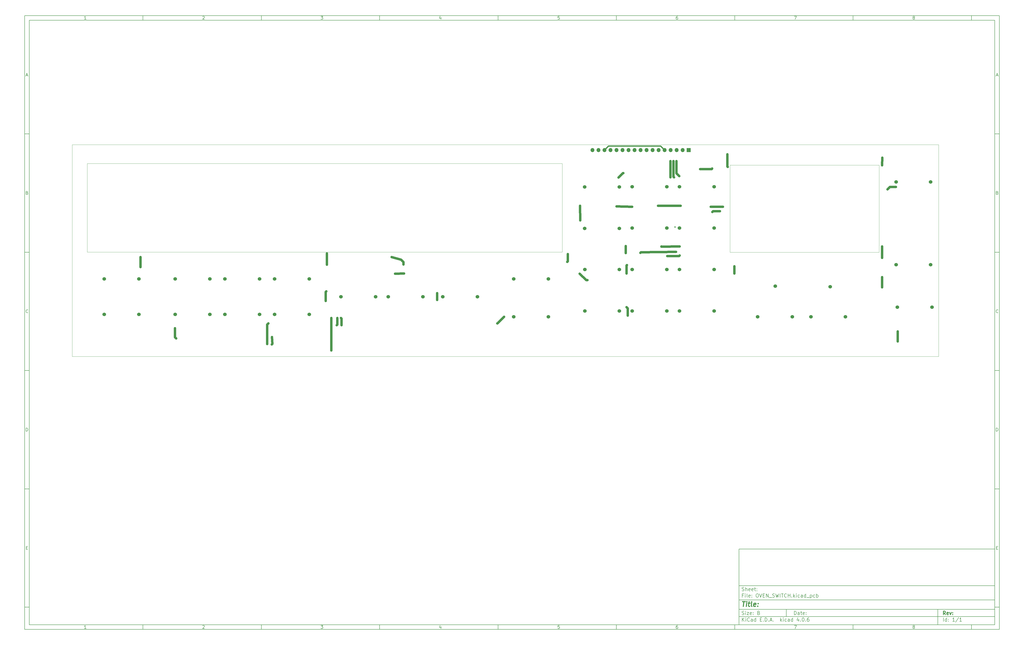
<source format=gbr>
G04 #@! TF.FileFunction,Copper,L2,Bot,Signal*
%FSLAX46Y46*%
G04 Gerber Fmt 4.6, Leading zero omitted, Abs format (unit mm)*
G04 Created by KiCad (PCBNEW 4.0.6) date 04/10/17 12:01:18*
%MOMM*%
%LPD*%
G01*
G04 APERTURE LIST*
%ADD10C,0.500000*%
%ADD11C,0.150000*%
%ADD12C,0.300000*%
%ADD13C,0.400000*%
%ADD14C,0.100000*%
%ADD15R,1.700000X1.700000*%
%ADD16O,1.700000X1.700000*%
%ADD17C,1.524000*%
%ADD18C,0.600000*%
%ADD19C,1.000000*%
G04 APERTURE END LIST*
D10*
D11*
X311800000Y-235400000D02*
X311800000Y-267400000D01*
X419800000Y-267400000D01*
X419800000Y-235400000D01*
X311800000Y-235400000D01*
D10*
D11*
X10000000Y-10000000D02*
X10000000Y-269400000D01*
X421800000Y-269400000D01*
X421800000Y-10000000D01*
X10000000Y-10000000D01*
D10*
D11*
X12000000Y-12000000D02*
X12000000Y-267400000D01*
X419800000Y-267400000D01*
X419800000Y-12000000D01*
X12000000Y-12000000D01*
D10*
D11*
X60000000Y-12000000D02*
X60000000Y-10000000D01*
D10*
D11*
X110000000Y-12000000D02*
X110000000Y-10000000D01*
D10*
D11*
X160000000Y-12000000D02*
X160000000Y-10000000D01*
D10*
D11*
X210000000Y-12000000D02*
X210000000Y-10000000D01*
D10*
D11*
X260000000Y-12000000D02*
X260000000Y-10000000D01*
D10*
D11*
X310000000Y-12000000D02*
X310000000Y-10000000D01*
D10*
D11*
X360000000Y-12000000D02*
X360000000Y-10000000D01*
D10*
D11*
X410000000Y-12000000D02*
X410000000Y-10000000D01*
D10*
D11*
X35990476Y-11588095D02*
X35247619Y-11588095D01*
X35619048Y-11588095D02*
X35619048Y-10288095D01*
X35495238Y-10473810D01*
X35371429Y-10597619D01*
X35247619Y-10659524D01*
D10*
D11*
X85247619Y-10411905D02*
X85309524Y-10350000D01*
X85433333Y-10288095D01*
X85742857Y-10288095D01*
X85866667Y-10350000D01*
X85928571Y-10411905D01*
X85990476Y-10535714D01*
X85990476Y-10659524D01*
X85928571Y-10845238D01*
X85185714Y-11588095D01*
X85990476Y-11588095D01*
D10*
D11*
X135185714Y-10288095D02*
X135990476Y-10288095D01*
X135557143Y-10783333D01*
X135742857Y-10783333D01*
X135866667Y-10845238D01*
X135928571Y-10907143D01*
X135990476Y-11030952D01*
X135990476Y-11340476D01*
X135928571Y-11464286D01*
X135866667Y-11526190D01*
X135742857Y-11588095D01*
X135371429Y-11588095D01*
X135247619Y-11526190D01*
X135185714Y-11464286D01*
D10*
D11*
X185866667Y-10721429D02*
X185866667Y-11588095D01*
X185557143Y-10226190D02*
X185247619Y-11154762D01*
X186052381Y-11154762D01*
D10*
D11*
X235928571Y-10288095D02*
X235309524Y-10288095D01*
X235247619Y-10907143D01*
X235309524Y-10845238D01*
X235433333Y-10783333D01*
X235742857Y-10783333D01*
X235866667Y-10845238D01*
X235928571Y-10907143D01*
X235990476Y-11030952D01*
X235990476Y-11340476D01*
X235928571Y-11464286D01*
X235866667Y-11526190D01*
X235742857Y-11588095D01*
X235433333Y-11588095D01*
X235309524Y-11526190D01*
X235247619Y-11464286D01*
D10*
D11*
X285866667Y-10288095D02*
X285619048Y-10288095D01*
X285495238Y-10350000D01*
X285433333Y-10411905D01*
X285309524Y-10597619D01*
X285247619Y-10845238D01*
X285247619Y-11340476D01*
X285309524Y-11464286D01*
X285371429Y-11526190D01*
X285495238Y-11588095D01*
X285742857Y-11588095D01*
X285866667Y-11526190D01*
X285928571Y-11464286D01*
X285990476Y-11340476D01*
X285990476Y-11030952D01*
X285928571Y-10907143D01*
X285866667Y-10845238D01*
X285742857Y-10783333D01*
X285495238Y-10783333D01*
X285371429Y-10845238D01*
X285309524Y-10907143D01*
X285247619Y-11030952D01*
D10*
D11*
X335185714Y-10288095D02*
X336052381Y-10288095D01*
X335495238Y-11588095D01*
D10*
D11*
X385495238Y-10845238D02*
X385371429Y-10783333D01*
X385309524Y-10721429D01*
X385247619Y-10597619D01*
X385247619Y-10535714D01*
X385309524Y-10411905D01*
X385371429Y-10350000D01*
X385495238Y-10288095D01*
X385742857Y-10288095D01*
X385866667Y-10350000D01*
X385928571Y-10411905D01*
X385990476Y-10535714D01*
X385990476Y-10597619D01*
X385928571Y-10721429D01*
X385866667Y-10783333D01*
X385742857Y-10845238D01*
X385495238Y-10845238D01*
X385371429Y-10907143D01*
X385309524Y-10969048D01*
X385247619Y-11092857D01*
X385247619Y-11340476D01*
X385309524Y-11464286D01*
X385371429Y-11526190D01*
X385495238Y-11588095D01*
X385742857Y-11588095D01*
X385866667Y-11526190D01*
X385928571Y-11464286D01*
X385990476Y-11340476D01*
X385990476Y-11092857D01*
X385928571Y-10969048D01*
X385866667Y-10907143D01*
X385742857Y-10845238D01*
D10*
D11*
X60000000Y-267400000D02*
X60000000Y-269400000D01*
D10*
D11*
X110000000Y-267400000D02*
X110000000Y-269400000D01*
D10*
D11*
X160000000Y-267400000D02*
X160000000Y-269400000D01*
D10*
D11*
X210000000Y-267400000D02*
X210000000Y-269400000D01*
D10*
D11*
X260000000Y-267400000D02*
X260000000Y-269400000D01*
D10*
D11*
X310000000Y-267400000D02*
X310000000Y-269400000D01*
D10*
D11*
X360000000Y-267400000D02*
X360000000Y-269400000D01*
D10*
D11*
X410000000Y-267400000D02*
X410000000Y-269400000D01*
D10*
D11*
X35990476Y-268988095D02*
X35247619Y-268988095D01*
X35619048Y-268988095D02*
X35619048Y-267688095D01*
X35495238Y-267873810D01*
X35371429Y-267997619D01*
X35247619Y-268059524D01*
D10*
D11*
X85247619Y-267811905D02*
X85309524Y-267750000D01*
X85433333Y-267688095D01*
X85742857Y-267688095D01*
X85866667Y-267750000D01*
X85928571Y-267811905D01*
X85990476Y-267935714D01*
X85990476Y-268059524D01*
X85928571Y-268245238D01*
X85185714Y-268988095D01*
X85990476Y-268988095D01*
D10*
D11*
X135185714Y-267688095D02*
X135990476Y-267688095D01*
X135557143Y-268183333D01*
X135742857Y-268183333D01*
X135866667Y-268245238D01*
X135928571Y-268307143D01*
X135990476Y-268430952D01*
X135990476Y-268740476D01*
X135928571Y-268864286D01*
X135866667Y-268926190D01*
X135742857Y-268988095D01*
X135371429Y-268988095D01*
X135247619Y-268926190D01*
X135185714Y-268864286D01*
D10*
D11*
X185866667Y-268121429D02*
X185866667Y-268988095D01*
X185557143Y-267626190D02*
X185247619Y-268554762D01*
X186052381Y-268554762D01*
D10*
D11*
X235928571Y-267688095D02*
X235309524Y-267688095D01*
X235247619Y-268307143D01*
X235309524Y-268245238D01*
X235433333Y-268183333D01*
X235742857Y-268183333D01*
X235866667Y-268245238D01*
X235928571Y-268307143D01*
X235990476Y-268430952D01*
X235990476Y-268740476D01*
X235928571Y-268864286D01*
X235866667Y-268926190D01*
X235742857Y-268988095D01*
X235433333Y-268988095D01*
X235309524Y-268926190D01*
X235247619Y-268864286D01*
D10*
D11*
X285866667Y-267688095D02*
X285619048Y-267688095D01*
X285495238Y-267750000D01*
X285433333Y-267811905D01*
X285309524Y-267997619D01*
X285247619Y-268245238D01*
X285247619Y-268740476D01*
X285309524Y-268864286D01*
X285371429Y-268926190D01*
X285495238Y-268988095D01*
X285742857Y-268988095D01*
X285866667Y-268926190D01*
X285928571Y-268864286D01*
X285990476Y-268740476D01*
X285990476Y-268430952D01*
X285928571Y-268307143D01*
X285866667Y-268245238D01*
X285742857Y-268183333D01*
X285495238Y-268183333D01*
X285371429Y-268245238D01*
X285309524Y-268307143D01*
X285247619Y-268430952D01*
D10*
D11*
X335185714Y-267688095D02*
X336052381Y-267688095D01*
X335495238Y-268988095D01*
D10*
D11*
X385495238Y-268245238D02*
X385371429Y-268183333D01*
X385309524Y-268121429D01*
X385247619Y-267997619D01*
X385247619Y-267935714D01*
X385309524Y-267811905D01*
X385371429Y-267750000D01*
X385495238Y-267688095D01*
X385742857Y-267688095D01*
X385866667Y-267750000D01*
X385928571Y-267811905D01*
X385990476Y-267935714D01*
X385990476Y-267997619D01*
X385928571Y-268121429D01*
X385866667Y-268183333D01*
X385742857Y-268245238D01*
X385495238Y-268245238D01*
X385371429Y-268307143D01*
X385309524Y-268369048D01*
X385247619Y-268492857D01*
X385247619Y-268740476D01*
X385309524Y-268864286D01*
X385371429Y-268926190D01*
X385495238Y-268988095D01*
X385742857Y-268988095D01*
X385866667Y-268926190D01*
X385928571Y-268864286D01*
X385990476Y-268740476D01*
X385990476Y-268492857D01*
X385928571Y-268369048D01*
X385866667Y-268307143D01*
X385742857Y-268245238D01*
D10*
D11*
X10000000Y-60000000D02*
X12000000Y-60000000D01*
D10*
D11*
X10000000Y-110000000D02*
X12000000Y-110000000D01*
D10*
D11*
X10000000Y-160000000D02*
X12000000Y-160000000D01*
D10*
D11*
X10000000Y-210000000D02*
X12000000Y-210000000D01*
D10*
D11*
X10000000Y-260000000D02*
X12000000Y-260000000D01*
D10*
D11*
X10690476Y-35216667D02*
X11309524Y-35216667D01*
X10566667Y-35588095D02*
X11000000Y-34288095D01*
X11433333Y-35588095D01*
D10*
D11*
X11092857Y-84907143D02*
X11278571Y-84969048D01*
X11340476Y-85030952D01*
X11402381Y-85154762D01*
X11402381Y-85340476D01*
X11340476Y-85464286D01*
X11278571Y-85526190D01*
X11154762Y-85588095D01*
X10659524Y-85588095D01*
X10659524Y-84288095D01*
X11092857Y-84288095D01*
X11216667Y-84350000D01*
X11278571Y-84411905D01*
X11340476Y-84535714D01*
X11340476Y-84659524D01*
X11278571Y-84783333D01*
X11216667Y-84845238D01*
X11092857Y-84907143D01*
X10659524Y-84907143D01*
D10*
D11*
X11402381Y-135464286D02*
X11340476Y-135526190D01*
X11154762Y-135588095D01*
X11030952Y-135588095D01*
X10845238Y-135526190D01*
X10721429Y-135402381D01*
X10659524Y-135278571D01*
X10597619Y-135030952D01*
X10597619Y-134845238D01*
X10659524Y-134597619D01*
X10721429Y-134473810D01*
X10845238Y-134350000D01*
X11030952Y-134288095D01*
X11154762Y-134288095D01*
X11340476Y-134350000D01*
X11402381Y-134411905D01*
D10*
D11*
X10659524Y-185588095D02*
X10659524Y-184288095D01*
X10969048Y-184288095D01*
X11154762Y-184350000D01*
X11278571Y-184473810D01*
X11340476Y-184597619D01*
X11402381Y-184845238D01*
X11402381Y-185030952D01*
X11340476Y-185278571D01*
X11278571Y-185402381D01*
X11154762Y-185526190D01*
X10969048Y-185588095D01*
X10659524Y-185588095D01*
D10*
D11*
X10721429Y-234907143D02*
X11154762Y-234907143D01*
X11340476Y-235588095D02*
X10721429Y-235588095D01*
X10721429Y-234288095D01*
X11340476Y-234288095D01*
D10*
D11*
X421800000Y-60000000D02*
X419800000Y-60000000D01*
D10*
D11*
X421800000Y-110000000D02*
X419800000Y-110000000D01*
D10*
D11*
X421800000Y-160000000D02*
X419800000Y-160000000D01*
D10*
D11*
X421800000Y-210000000D02*
X419800000Y-210000000D01*
D10*
D11*
X421800000Y-260000000D02*
X419800000Y-260000000D01*
D10*
D11*
X420490476Y-35216667D02*
X421109524Y-35216667D01*
X420366667Y-35588095D02*
X420800000Y-34288095D01*
X421233333Y-35588095D01*
D10*
D11*
X420892857Y-84907143D02*
X421078571Y-84969048D01*
X421140476Y-85030952D01*
X421202381Y-85154762D01*
X421202381Y-85340476D01*
X421140476Y-85464286D01*
X421078571Y-85526190D01*
X420954762Y-85588095D01*
X420459524Y-85588095D01*
X420459524Y-84288095D01*
X420892857Y-84288095D01*
X421016667Y-84350000D01*
X421078571Y-84411905D01*
X421140476Y-84535714D01*
X421140476Y-84659524D01*
X421078571Y-84783333D01*
X421016667Y-84845238D01*
X420892857Y-84907143D01*
X420459524Y-84907143D01*
D10*
D11*
X421202381Y-135464286D02*
X421140476Y-135526190D01*
X420954762Y-135588095D01*
X420830952Y-135588095D01*
X420645238Y-135526190D01*
X420521429Y-135402381D01*
X420459524Y-135278571D01*
X420397619Y-135030952D01*
X420397619Y-134845238D01*
X420459524Y-134597619D01*
X420521429Y-134473810D01*
X420645238Y-134350000D01*
X420830952Y-134288095D01*
X420954762Y-134288095D01*
X421140476Y-134350000D01*
X421202381Y-134411905D01*
D10*
D11*
X420459524Y-185588095D02*
X420459524Y-184288095D01*
X420769048Y-184288095D01*
X420954762Y-184350000D01*
X421078571Y-184473810D01*
X421140476Y-184597619D01*
X421202381Y-184845238D01*
X421202381Y-185030952D01*
X421140476Y-185278571D01*
X421078571Y-185402381D01*
X420954762Y-185526190D01*
X420769048Y-185588095D01*
X420459524Y-185588095D01*
D10*
D11*
X420521429Y-234907143D02*
X420954762Y-234907143D01*
X421140476Y-235588095D02*
X420521429Y-235588095D01*
X420521429Y-234288095D01*
X421140476Y-234288095D01*
D10*
D11*
X335157143Y-263178571D02*
X335157143Y-261678571D01*
X335514286Y-261678571D01*
X335728571Y-261750000D01*
X335871429Y-261892857D01*
X335942857Y-262035714D01*
X336014286Y-262321429D01*
X336014286Y-262535714D01*
X335942857Y-262821429D01*
X335871429Y-262964286D01*
X335728571Y-263107143D01*
X335514286Y-263178571D01*
X335157143Y-263178571D01*
X337300000Y-263178571D02*
X337300000Y-262392857D01*
X337228571Y-262250000D01*
X337085714Y-262178571D01*
X336800000Y-262178571D01*
X336657143Y-262250000D01*
X337300000Y-263107143D02*
X337157143Y-263178571D01*
X336800000Y-263178571D01*
X336657143Y-263107143D01*
X336585714Y-262964286D01*
X336585714Y-262821429D01*
X336657143Y-262678571D01*
X336800000Y-262607143D01*
X337157143Y-262607143D01*
X337300000Y-262535714D01*
X337800000Y-262178571D02*
X338371429Y-262178571D01*
X338014286Y-261678571D02*
X338014286Y-262964286D01*
X338085714Y-263107143D01*
X338228572Y-263178571D01*
X338371429Y-263178571D01*
X339442857Y-263107143D02*
X339300000Y-263178571D01*
X339014286Y-263178571D01*
X338871429Y-263107143D01*
X338800000Y-262964286D01*
X338800000Y-262392857D01*
X338871429Y-262250000D01*
X339014286Y-262178571D01*
X339300000Y-262178571D01*
X339442857Y-262250000D01*
X339514286Y-262392857D01*
X339514286Y-262535714D01*
X338800000Y-262678571D01*
X340157143Y-263035714D02*
X340228571Y-263107143D01*
X340157143Y-263178571D01*
X340085714Y-263107143D01*
X340157143Y-263035714D01*
X340157143Y-263178571D01*
X340157143Y-262250000D02*
X340228571Y-262321429D01*
X340157143Y-262392857D01*
X340085714Y-262321429D01*
X340157143Y-262250000D01*
X340157143Y-262392857D01*
D10*
D11*
X311800000Y-263900000D02*
X419800000Y-263900000D01*
D10*
D11*
X313157143Y-265978571D02*
X313157143Y-264478571D01*
X314014286Y-265978571D02*
X313371429Y-265121429D01*
X314014286Y-264478571D02*
X313157143Y-265335714D01*
X314657143Y-265978571D02*
X314657143Y-264978571D01*
X314657143Y-264478571D02*
X314585714Y-264550000D01*
X314657143Y-264621429D01*
X314728571Y-264550000D01*
X314657143Y-264478571D01*
X314657143Y-264621429D01*
X316228572Y-265835714D02*
X316157143Y-265907143D01*
X315942857Y-265978571D01*
X315800000Y-265978571D01*
X315585715Y-265907143D01*
X315442857Y-265764286D01*
X315371429Y-265621429D01*
X315300000Y-265335714D01*
X315300000Y-265121429D01*
X315371429Y-264835714D01*
X315442857Y-264692857D01*
X315585715Y-264550000D01*
X315800000Y-264478571D01*
X315942857Y-264478571D01*
X316157143Y-264550000D01*
X316228572Y-264621429D01*
X317514286Y-265978571D02*
X317514286Y-265192857D01*
X317442857Y-265050000D01*
X317300000Y-264978571D01*
X317014286Y-264978571D01*
X316871429Y-265050000D01*
X317514286Y-265907143D02*
X317371429Y-265978571D01*
X317014286Y-265978571D01*
X316871429Y-265907143D01*
X316800000Y-265764286D01*
X316800000Y-265621429D01*
X316871429Y-265478571D01*
X317014286Y-265407143D01*
X317371429Y-265407143D01*
X317514286Y-265335714D01*
X318871429Y-265978571D02*
X318871429Y-264478571D01*
X318871429Y-265907143D02*
X318728572Y-265978571D01*
X318442858Y-265978571D01*
X318300000Y-265907143D01*
X318228572Y-265835714D01*
X318157143Y-265692857D01*
X318157143Y-265264286D01*
X318228572Y-265121429D01*
X318300000Y-265050000D01*
X318442858Y-264978571D01*
X318728572Y-264978571D01*
X318871429Y-265050000D01*
X320728572Y-265192857D02*
X321228572Y-265192857D01*
X321442858Y-265978571D02*
X320728572Y-265978571D01*
X320728572Y-264478571D01*
X321442858Y-264478571D01*
X322085715Y-265835714D02*
X322157143Y-265907143D01*
X322085715Y-265978571D01*
X322014286Y-265907143D01*
X322085715Y-265835714D01*
X322085715Y-265978571D01*
X322800001Y-265978571D02*
X322800001Y-264478571D01*
X323157144Y-264478571D01*
X323371429Y-264550000D01*
X323514287Y-264692857D01*
X323585715Y-264835714D01*
X323657144Y-265121429D01*
X323657144Y-265335714D01*
X323585715Y-265621429D01*
X323514287Y-265764286D01*
X323371429Y-265907143D01*
X323157144Y-265978571D01*
X322800001Y-265978571D01*
X324300001Y-265835714D02*
X324371429Y-265907143D01*
X324300001Y-265978571D01*
X324228572Y-265907143D01*
X324300001Y-265835714D01*
X324300001Y-265978571D01*
X324942858Y-265550000D02*
X325657144Y-265550000D01*
X324800001Y-265978571D02*
X325300001Y-264478571D01*
X325800001Y-265978571D01*
X326300001Y-265835714D02*
X326371429Y-265907143D01*
X326300001Y-265978571D01*
X326228572Y-265907143D01*
X326300001Y-265835714D01*
X326300001Y-265978571D01*
X329300001Y-265978571D02*
X329300001Y-264478571D01*
X329442858Y-265407143D02*
X329871429Y-265978571D01*
X329871429Y-264978571D02*
X329300001Y-265550000D01*
X330514287Y-265978571D02*
X330514287Y-264978571D01*
X330514287Y-264478571D02*
X330442858Y-264550000D01*
X330514287Y-264621429D01*
X330585715Y-264550000D01*
X330514287Y-264478571D01*
X330514287Y-264621429D01*
X331871430Y-265907143D02*
X331728573Y-265978571D01*
X331442859Y-265978571D01*
X331300001Y-265907143D01*
X331228573Y-265835714D01*
X331157144Y-265692857D01*
X331157144Y-265264286D01*
X331228573Y-265121429D01*
X331300001Y-265050000D01*
X331442859Y-264978571D01*
X331728573Y-264978571D01*
X331871430Y-265050000D01*
X333157144Y-265978571D02*
X333157144Y-265192857D01*
X333085715Y-265050000D01*
X332942858Y-264978571D01*
X332657144Y-264978571D01*
X332514287Y-265050000D01*
X333157144Y-265907143D02*
X333014287Y-265978571D01*
X332657144Y-265978571D01*
X332514287Y-265907143D01*
X332442858Y-265764286D01*
X332442858Y-265621429D01*
X332514287Y-265478571D01*
X332657144Y-265407143D01*
X333014287Y-265407143D01*
X333157144Y-265335714D01*
X334514287Y-265978571D02*
X334514287Y-264478571D01*
X334514287Y-265907143D02*
X334371430Y-265978571D01*
X334085716Y-265978571D01*
X333942858Y-265907143D01*
X333871430Y-265835714D01*
X333800001Y-265692857D01*
X333800001Y-265264286D01*
X333871430Y-265121429D01*
X333942858Y-265050000D01*
X334085716Y-264978571D01*
X334371430Y-264978571D01*
X334514287Y-265050000D01*
X337014287Y-264978571D02*
X337014287Y-265978571D01*
X336657144Y-264407143D02*
X336300001Y-265478571D01*
X337228573Y-265478571D01*
X337800001Y-265835714D02*
X337871429Y-265907143D01*
X337800001Y-265978571D01*
X337728572Y-265907143D01*
X337800001Y-265835714D01*
X337800001Y-265978571D01*
X338800001Y-264478571D02*
X338942858Y-264478571D01*
X339085715Y-264550000D01*
X339157144Y-264621429D01*
X339228573Y-264764286D01*
X339300001Y-265050000D01*
X339300001Y-265407143D01*
X339228573Y-265692857D01*
X339157144Y-265835714D01*
X339085715Y-265907143D01*
X338942858Y-265978571D01*
X338800001Y-265978571D01*
X338657144Y-265907143D01*
X338585715Y-265835714D01*
X338514287Y-265692857D01*
X338442858Y-265407143D01*
X338442858Y-265050000D01*
X338514287Y-264764286D01*
X338585715Y-264621429D01*
X338657144Y-264550000D01*
X338800001Y-264478571D01*
X339942858Y-265835714D02*
X340014286Y-265907143D01*
X339942858Y-265978571D01*
X339871429Y-265907143D01*
X339942858Y-265835714D01*
X339942858Y-265978571D01*
X341300001Y-264478571D02*
X341014287Y-264478571D01*
X340871430Y-264550000D01*
X340800001Y-264621429D01*
X340657144Y-264835714D01*
X340585715Y-265121429D01*
X340585715Y-265692857D01*
X340657144Y-265835714D01*
X340728572Y-265907143D01*
X340871430Y-265978571D01*
X341157144Y-265978571D01*
X341300001Y-265907143D01*
X341371430Y-265835714D01*
X341442858Y-265692857D01*
X341442858Y-265335714D01*
X341371430Y-265192857D01*
X341300001Y-265121429D01*
X341157144Y-265050000D01*
X340871430Y-265050000D01*
X340728572Y-265121429D01*
X340657144Y-265192857D01*
X340585715Y-265335714D01*
D10*
D11*
X311800000Y-260900000D02*
X419800000Y-260900000D01*
D10*
D12*
X399014286Y-263178571D02*
X398514286Y-262464286D01*
X398157143Y-263178571D02*
X398157143Y-261678571D01*
X398728571Y-261678571D01*
X398871429Y-261750000D01*
X398942857Y-261821429D01*
X399014286Y-261964286D01*
X399014286Y-262178571D01*
X398942857Y-262321429D01*
X398871429Y-262392857D01*
X398728571Y-262464286D01*
X398157143Y-262464286D01*
X400228571Y-263107143D02*
X400085714Y-263178571D01*
X399800000Y-263178571D01*
X399657143Y-263107143D01*
X399585714Y-262964286D01*
X399585714Y-262392857D01*
X399657143Y-262250000D01*
X399800000Y-262178571D01*
X400085714Y-262178571D01*
X400228571Y-262250000D01*
X400300000Y-262392857D01*
X400300000Y-262535714D01*
X399585714Y-262678571D01*
X400800000Y-262178571D02*
X401157143Y-263178571D01*
X401514285Y-262178571D01*
X402085714Y-263035714D02*
X402157142Y-263107143D01*
X402085714Y-263178571D01*
X402014285Y-263107143D01*
X402085714Y-263035714D01*
X402085714Y-263178571D01*
X402085714Y-262250000D02*
X402157142Y-262321429D01*
X402085714Y-262392857D01*
X402014285Y-262321429D01*
X402085714Y-262250000D01*
X402085714Y-262392857D01*
D10*
D11*
X313085714Y-263107143D02*
X313300000Y-263178571D01*
X313657143Y-263178571D01*
X313800000Y-263107143D01*
X313871429Y-263035714D01*
X313942857Y-262892857D01*
X313942857Y-262750000D01*
X313871429Y-262607143D01*
X313800000Y-262535714D01*
X313657143Y-262464286D01*
X313371429Y-262392857D01*
X313228571Y-262321429D01*
X313157143Y-262250000D01*
X313085714Y-262107143D01*
X313085714Y-261964286D01*
X313157143Y-261821429D01*
X313228571Y-261750000D01*
X313371429Y-261678571D01*
X313728571Y-261678571D01*
X313942857Y-261750000D01*
X314585714Y-263178571D02*
X314585714Y-262178571D01*
X314585714Y-261678571D02*
X314514285Y-261750000D01*
X314585714Y-261821429D01*
X314657142Y-261750000D01*
X314585714Y-261678571D01*
X314585714Y-261821429D01*
X315157143Y-262178571D02*
X315942857Y-262178571D01*
X315157143Y-263178571D01*
X315942857Y-263178571D01*
X317085714Y-263107143D02*
X316942857Y-263178571D01*
X316657143Y-263178571D01*
X316514286Y-263107143D01*
X316442857Y-262964286D01*
X316442857Y-262392857D01*
X316514286Y-262250000D01*
X316657143Y-262178571D01*
X316942857Y-262178571D01*
X317085714Y-262250000D01*
X317157143Y-262392857D01*
X317157143Y-262535714D01*
X316442857Y-262678571D01*
X317800000Y-263035714D02*
X317871428Y-263107143D01*
X317800000Y-263178571D01*
X317728571Y-263107143D01*
X317800000Y-263035714D01*
X317800000Y-263178571D01*
X317800000Y-262250000D02*
X317871428Y-262321429D01*
X317800000Y-262392857D01*
X317728571Y-262321429D01*
X317800000Y-262250000D01*
X317800000Y-262392857D01*
X320157143Y-262392857D02*
X320371429Y-262464286D01*
X320442857Y-262535714D01*
X320514286Y-262678571D01*
X320514286Y-262892857D01*
X320442857Y-263035714D01*
X320371429Y-263107143D01*
X320228571Y-263178571D01*
X319657143Y-263178571D01*
X319657143Y-261678571D01*
X320157143Y-261678571D01*
X320300000Y-261750000D01*
X320371429Y-261821429D01*
X320442857Y-261964286D01*
X320442857Y-262107143D01*
X320371429Y-262250000D01*
X320300000Y-262321429D01*
X320157143Y-262392857D01*
X319657143Y-262392857D01*
D10*
D11*
X398157143Y-265978571D02*
X398157143Y-264478571D01*
X399514286Y-265978571D02*
X399514286Y-264478571D01*
X399514286Y-265907143D02*
X399371429Y-265978571D01*
X399085715Y-265978571D01*
X398942857Y-265907143D01*
X398871429Y-265835714D01*
X398800000Y-265692857D01*
X398800000Y-265264286D01*
X398871429Y-265121429D01*
X398942857Y-265050000D01*
X399085715Y-264978571D01*
X399371429Y-264978571D01*
X399514286Y-265050000D01*
X400228572Y-265835714D02*
X400300000Y-265907143D01*
X400228572Y-265978571D01*
X400157143Y-265907143D01*
X400228572Y-265835714D01*
X400228572Y-265978571D01*
X400228572Y-265050000D02*
X400300000Y-265121429D01*
X400228572Y-265192857D01*
X400157143Y-265121429D01*
X400228572Y-265050000D01*
X400228572Y-265192857D01*
X402871429Y-265978571D02*
X402014286Y-265978571D01*
X402442858Y-265978571D02*
X402442858Y-264478571D01*
X402300001Y-264692857D01*
X402157143Y-264835714D01*
X402014286Y-264907143D01*
X404585714Y-264407143D02*
X403300000Y-266335714D01*
X405871429Y-265978571D02*
X405014286Y-265978571D01*
X405442858Y-265978571D02*
X405442858Y-264478571D01*
X405300001Y-264692857D01*
X405157143Y-264835714D01*
X405014286Y-264907143D01*
D10*
D11*
X311800000Y-256900000D02*
X419800000Y-256900000D01*
D10*
D13*
X313252381Y-257604762D02*
X314395238Y-257604762D01*
X313573810Y-259604762D02*
X313823810Y-257604762D01*
X314811905Y-259604762D02*
X314978571Y-258271429D01*
X315061905Y-257604762D02*
X314954762Y-257700000D01*
X315038095Y-257795238D01*
X315145239Y-257700000D01*
X315061905Y-257604762D01*
X315038095Y-257795238D01*
X315645238Y-258271429D02*
X316407143Y-258271429D01*
X316014286Y-257604762D02*
X315800000Y-259319048D01*
X315871430Y-259509524D01*
X316050001Y-259604762D01*
X316240477Y-259604762D01*
X317192858Y-259604762D02*
X317014287Y-259509524D01*
X316942857Y-259319048D01*
X317157143Y-257604762D01*
X318728572Y-259509524D02*
X318526191Y-259604762D01*
X318145239Y-259604762D01*
X317966667Y-259509524D01*
X317895238Y-259319048D01*
X317990476Y-258557143D01*
X318109524Y-258366667D01*
X318311905Y-258271429D01*
X318692857Y-258271429D01*
X318871429Y-258366667D01*
X318942857Y-258557143D01*
X318919048Y-258747619D01*
X317942857Y-258938095D01*
X319692857Y-259414286D02*
X319776192Y-259509524D01*
X319669048Y-259604762D01*
X319585715Y-259509524D01*
X319692857Y-259414286D01*
X319669048Y-259604762D01*
X319823810Y-258366667D02*
X319907144Y-258461905D01*
X319800000Y-258557143D01*
X319716667Y-258461905D01*
X319823810Y-258366667D01*
X319800000Y-258557143D01*
D10*
D11*
X313657143Y-254992857D02*
X313157143Y-254992857D01*
X313157143Y-255778571D02*
X313157143Y-254278571D01*
X313871429Y-254278571D01*
X314442857Y-255778571D02*
X314442857Y-254778571D01*
X314442857Y-254278571D02*
X314371428Y-254350000D01*
X314442857Y-254421429D01*
X314514285Y-254350000D01*
X314442857Y-254278571D01*
X314442857Y-254421429D01*
X315371429Y-255778571D02*
X315228571Y-255707143D01*
X315157143Y-255564286D01*
X315157143Y-254278571D01*
X316514285Y-255707143D02*
X316371428Y-255778571D01*
X316085714Y-255778571D01*
X315942857Y-255707143D01*
X315871428Y-255564286D01*
X315871428Y-254992857D01*
X315942857Y-254850000D01*
X316085714Y-254778571D01*
X316371428Y-254778571D01*
X316514285Y-254850000D01*
X316585714Y-254992857D01*
X316585714Y-255135714D01*
X315871428Y-255278571D01*
X317228571Y-255635714D02*
X317299999Y-255707143D01*
X317228571Y-255778571D01*
X317157142Y-255707143D01*
X317228571Y-255635714D01*
X317228571Y-255778571D01*
X317228571Y-254850000D02*
X317299999Y-254921429D01*
X317228571Y-254992857D01*
X317157142Y-254921429D01*
X317228571Y-254850000D01*
X317228571Y-254992857D01*
X319371428Y-254278571D02*
X319657142Y-254278571D01*
X319800000Y-254350000D01*
X319942857Y-254492857D01*
X320014285Y-254778571D01*
X320014285Y-255278571D01*
X319942857Y-255564286D01*
X319800000Y-255707143D01*
X319657142Y-255778571D01*
X319371428Y-255778571D01*
X319228571Y-255707143D01*
X319085714Y-255564286D01*
X319014285Y-255278571D01*
X319014285Y-254778571D01*
X319085714Y-254492857D01*
X319228571Y-254350000D01*
X319371428Y-254278571D01*
X320442857Y-254278571D02*
X320942857Y-255778571D01*
X321442857Y-254278571D01*
X321942857Y-254992857D02*
X322442857Y-254992857D01*
X322657143Y-255778571D02*
X321942857Y-255778571D01*
X321942857Y-254278571D01*
X322657143Y-254278571D01*
X323300000Y-255778571D02*
X323300000Y-254278571D01*
X324157143Y-255778571D01*
X324157143Y-254278571D01*
X324514286Y-255921429D02*
X325657143Y-255921429D01*
X325942857Y-255707143D02*
X326157143Y-255778571D01*
X326514286Y-255778571D01*
X326657143Y-255707143D01*
X326728572Y-255635714D01*
X326800000Y-255492857D01*
X326800000Y-255350000D01*
X326728572Y-255207143D01*
X326657143Y-255135714D01*
X326514286Y-255064286D01*
X326228572Y-254992857D01*
X326085714Y-254921429D01*
X326014286Y-254850000D01*
X325942857Y-254707143D01*
X325942857Y-254564286D01*
X326014286Y-254421429D01*
X326085714Y-254350000D01*
X326228572Y-254278571D01*
X326585714Y-254278571D01*
X326800000Y-254350000D01*
X327300000Y-254278571D02*
X327657143Y-255778571D01*
X327942857Y-254707143D01*
X328228571Y-255778571D01*
X328585714Y-254278571D01*
X329157143Y-255778571D02*
X329157143Y-254278571D01*
X329657143Y-254278571D02*
X330514286Y-254278571D01*
X330085715Y-255778571D02*
X330085715Y-254278571D01*
X331871429Y-255635714D02*
X331800000Y-255707143D01*
X331585714Y-255778571D01*
X331442857Y-255778571D01*
X331228572Y-255707143D01*
X331085714Y-255564286D01*
X331014286Y-255421429D01*
X330942857Y-255135714D01*
X330942857Y-254921429D01*
X331014286Y-254635714D01*
X331085714Y-254492857D01*
X331228572Y-254350000D01*
X331442857Y-254278571D01*
X331585714Y-254278571D01*
X331800000Y-254350000D01*
X331871429Y-254421429D01*
X332514286Y-255778571D02*
X332514286Y-254278571D01*
X332514286Y-254992857D02*
X333371429Y-254992857D01*
X333371429Y-255778571D02*
X333371429Y-254278571D01*
X334085715Y-255635714D02*
X334157143Y-255707143D01*
X334085715Y-255778571D01*
X334014286Y-255707143D01*
X334085715Y-255635714D01*
X334085715Y-255778571D01*
X334800001Y-255778571D02*
X334800001Y-254278571D01*
X334942858Y-255207143D02*
X335371429Y-255778571D01*
X335371429Y-254778571D02*
X334800001Y-255350000D01*
X336014287Y-255778571D02*
X336014287Y-254778571D01*
X336014287Y-254278571D02*
X335942858Y-254350000D01*
X336014287Y-254421429D01*
X336085715Y-254350000D01*
X336014287Y-254278571D01*
X336014287Y-254421429D01*
X337371430Y-255707143D02*
X337228573Y-255778571D01*
X336942859Y-255778571D01*
X336800001Y-255707143D01*
X336728573Y-255635714D01*
X336657144Y-255492857D01*
X336657144Y-255064286D01*
X336728573Y-254921429D01*
X336800001Y-254850000D01*
X336942859Y-254778571D01*
X337228573Y-254778571D01*
X337371430Y-254850000D01*
X338657144Y-255778571D02*
X338657144Y-254992857D01*
X338585715Y-254850000D01*
X338442858Y-254778571D01*
X338157144Y-254778571D01*
X338014287Y-254850000D01*
X338657144Y-255707143D02*
X338514287Y-255778571D01*
X338157144Y-255778571D01*
X338014287Y-255707143D01*
X337942858Y-255564286D01*
X337942858Y-255421429D01*
X338014287Y-255278571D01*
X338157144Y-255207143D01*
X338514287Y-255207143D01*
X338657144Y-255135714D01*
X340014287Y-255778571D02*
X340014287Y-254278571D01*
X340014287Y-255707143D02*
X339871430Y-255778571D01*
X339585716Y-255778571D01*
X339442858Y-255707143D01*
X339371430Y-255635714D01*
X339300001Y-255492857D01*
X339300001Y-255064286D01*
X339371430Y-254921429D01*
X339442858Y-254850000D01*
X339585716Y-254778571D01*
X339871430Y-254778571D01*
X340014287Y-254850000D01*
X340371430Y-255921429D02*
X341514287Y-255921429D01*
X341871430Y-254778571D02*
X341871430Y-256278571D01*
X341871430Y-254850000D02*
X342014287Y-254778571D01*
X342300001Y-254778571D01*
X342442858Y-254850000D01*
X342514287Y-254921429D01*
X342585716Y-255064286D01*
X342585716Y-255492857D01*
X342514287Y-255635714D01*
X342442858Y-255707143D01*
X342300001Y-255778571D01*
X342014287Y-255778571D01*
X341871430Y-255707143D01*
X343871430Y-255707143D02*
X343728573Y-255778571D01*
X343442859Y-255778571D01*
X343300001Y-255707143D01*
X343228573Y-255635714D01*
X343157144Y-255492857D01*
X343157144Y-255064286D01*
X343228573Y-254921429D01*
X343300001Y-254850000D01*
X343442859Y-254778571D01*
X343728573Y-254778571D01*
X343871430Y-254850000D01*
X344514287Y-255778571D02*
X344514287Y-254278571D01*
X344514287Y-254850000D02*
X344657144Y-254778571D01*
X344942858Y-254778571D01*
X345085715Y-254850000D01*
X345157144Y-254921429D01*
X345228573Y-255064286D01*
X345228573Y-255492857D01*
X345157144Y-255635714D01*
X345085715Y-255707143D01*
X344942858Y-255778571D01*
X344657144Y-255778571D01*
X344514287Y-255707143D01*
D10*
D11*
X311800000Y-250900000D02*
X419800000Y-250900000D01*
D10*
D11*
X313085714Y-253007143D02*
X313300000Y-253078571D01*
X313657143Y-253078571D01*
X313800000Y-253007143D01*
X313871429Y-252935714D01*
X313942857Y-252792857D01*
X313942857Y-252650000D01*
X313871429Y-252507143D01*
X313800000Y-252435714D01*
X313657143Y-252364286D01*
X313371429Y-252292857D01*
X313228571Y-252221429D01*
X313157143Y-252150000D01*
X313085714Y-252007143D01*
X313085714Y-251864286D01*
X313157143Y-251721429D01*
X313228571Y-251650000D01*
X313371429Y-251578571D01*
X313728571Y-251578571D01*
X313942857Y-251650000D01*
X314585714Y-253078571D02*
X314585714Y-251578571D01*
X315228571Y-253078571D02*
X315228571Y-252292857D01*
X315157142Y-252150000D01*
X315014285Y-252078571D01*
X314800000Y-252078571D01*
X314657142Y-252150000D01*
X314585714Y-252221429D01*
X316514285Y-253007143D02*
X316371428Y-253078571D01*
X316085714Y-253078571D01*
X315942857Y-253007143D01*
X315871428Y-252864286D01*
X315871428Y-252292857D01*
X315942857Y-252150000D01*
X316085714Y-252078571D01*
X316371428Y-252078571D01*
X316514285Y-252150000D01*
X316585714Y-252292857D01*
X316585714Y-252435714D01*
X315871428Y-252578571D01*
X317799999Y-253007143D02*
X317657142Y-253078571D01*
X317371428Y-253078571D01*
X317228571Y-253007143D01*
X317157142Y-252864286D01*
X317157142Y-252292857D01*
X317228571Y-252150000D01*
X317371428Y-252078571D01*
X317657142Y-252078571D01*
X317799999Y-252150000D01*
X317871428Y-252292857D01*
X317871428Y-252435714D01*
X317157142Y-252578571D01*
X318299999Y-252078571D02*
X318871428Y-252078571D01*
X318514285Y-251578571D02*
X318514285Y-252864286D01*
X318585713Y-253007143D01*
X318728571Y-253078571D01*
X318871428Y-253078571D01*
X319371428Y-252935714D02*
X319442856Y-253007143D01*
X319371428Y-253078571D01*
X319299999Y-253007143D01*
X319371428Y-252935714D01*
X319371428Y-253078571D01*
X319371428Y-252150000D02*
X319442856Y-252221429D01*
X319371428Y-252292857D01*
X319299999Y-252221429D01*
X319371428Y-252150000D01*
X319371428Y-252292857D01*
D10*
D11*
X331800000Y-260900000D02*
X331800000Y-263900000D01*
D10*
D11*
X395800000Y-260900000D02*
X395800000Y-267400000D01*
D14*
X30090000Y-64524000D02*
X396122000Y-64524000D01*
X307990000Y-73202000D02*
X307990000Y-110002000D01*
X370990000Y-73202000D02*
X307990000Y-73202000D01*
X370990000Y-110002000D02*
X370990000Y-73202000D01*
X307990000Y-110002000D02*
X370990000Y-110002000D01*
X36490000Y-109934000D02*
X36490000Y-72534000D01*
X237090000Y-109934000D02*
X36490000Y-109934000D01*
X237090000Y-72534000D02*
X237090000Y-109934000D01*
X36490000Y-72534000D02*
X237090000Y-72534000D01*
X30090000Y-154024000D02*
X41122000Y-154024000D01*
X30090000Y-154024000D02*
X30090000Y-64524000D01*
X396122000Y-154024000D02*
X41122000Y-154024000D01*
X396122000Y-64524000D02*
X396122000Y-154024000D01*
D15*
X290560000Y-66848000D03*
D16*
X288020000Y-66848000D03*
X285480000Y-66848000D03*
X282940000Y-66848000D03*
X280400000Y-66848000D03*
X277860000Y-66848000D03*
X275320000Y-66848000D03*
X272780000Y-66848000D03*
X270240000Y-66848000D03*
X267700000Y-66848000D03*
X265160000Y-66848000D03*
X262620000Y-66848000D03*
X260080000Y-66848000D03*
X257540000Y-66848000D03*
X255000000Y-66848000D03*
X252460000Y-66848000D03*
X249920000Y-66848000D03*
D17*
X43654000Y-136296000D03*
X58274000Y-136296000D03*
X43654000Y-121296000D03*
X58274000Y-121296000D03*
X73654000Y-136296000D03*
X88274000Y-136296000D03*
X73654000Y-121296000D03*
X88274000Y-121296000D03*
X94654000Y-121296000D03*
X109274000Y-121296000D03*
X94654000Y-136296000D03*
X109274000Y-136296000D03*
X115654000Y-121296000D03*
X130274000Y-121296000D03*
X115654000Y-136296000D03*
X130274000Y-136296000D03*
X143654000Y-128796000D03*
X158274000Y-128796000D03*
X163654000Y-128796000D03*
X178274000Y-128796000D03*
X186654000Y-128796000D03*
X201274000Y-128796000D03*
X216654000Y-121296000D03*
X231274000Y-121296000D03*
X216654000Y-137296000D03*
X231274000Y-137296000D03*
X246654000Y-134796000D03*
X261274000Y-134796000D03*
X246654000Y-117296000D03*
X261274000Y-117296000D03*
X246634000Y-99926000D03*
X261254000Y-99926000D03*
X246634000Y-82426000D03*
X261254000Y-82426000D03*
X266654000Y-134796000D03*
X281274000Y-134796000D03*
X266654000Y-117296000D03*
X281274000Y-117296000D03*
X266654000Y-99796000D03*
X281274000Y-99796000D03*
X266654000Y-82296000D03*
X281274000Y-82296000D03*
X286654000Y-99796000D03*
X301274000Y-99796000D03*
X286654000Y-134796000D03*
X301274000Y-134796000D03*
X286654000Y-117296000D03*
X301274000Y-117296000D03*
X286654000Y-82296000D03*
X301274000Y-82296000D03*
X319654000Y-137296000D03*
X334274000Y-137296000D03*
X342154000Y-137296000D03*
X356774000Y-137296000D03*
X378680000Y-133194000D03*
X393300000Y-133194000D03*
X378154000Y-115296000D03*
X392774000Y-115296000D03*
X378154000Y-80296000D03*
X392774000Y-80296000D03*
X327154000Y-124296000D03*
X350274000Y-124546000D03*
D18*
X306848000Y-68658000D03*
X307048000Y-73958000D03*
X287148000Y-90358000D03*
X277548000Y-90358000D03*
X374540000Y-83412000D03*
X378096000Y-82396000D03*
X305048000Y-90758000D03*
X299864000Y-90778000D03*
X239248000Y-114058000D03*
X239498000Y-110808000D03*
X266648000Y-90758000D03*
X260048000Y-90658000D03*
X170070000Y-115217000D03*
X165048000Y-112058000D03*
X300548000Y-92958000D03*
X303748000Y-92658000D03*
X300448000Y-74658000D03*
X295348000Y-74858000D03*
X286540000Y-77832000D03*
X285386000Y-71474000D03*
X263948000Y-107358000D03*
X263948000Y-110358000D03*
X264448000Y-115458000D03*
X184248000Y-127308000D03*
X114498000Y-145808000D03*
X114444000Y-148944000D03*
X143908000Y-140816000D03*
X143654000Y-137768000D03*
X212524000Y-137296000D03*
X209694000Y-140054000D03*
X184294000Y-130148000D03*
X264304000Y-118972000D03*
X264304000Y-133196000D03*
X264812000Y-136752000D03*
X278998000Y-107558000D03*
X286748000Y-107558000D03*
X284370000Y-78332000D03*
X284116000Y-71474000D03*
X284748000Y-99358000D03*
X270148000Y-110258000D03*
X142130000Y-137768000D03*
X141876000Y-140816000D03*
X244448000Y-119058000D03*
X247794000Y-121766000D03*
X285248000Y-109858000D03*
X282846000Y-78332000D03*
X282848000Y-71458000D03*
X137248000Y-130558000D03*
X137498000Y-126558000D03*
X137748000Y-110558000D03*
X58998000Y-116308000D03*
X58998000Y-112058000D03*
X137748000Y-115308000D03*
X112498000Y-148808000D03*
X112998000Y-140058000D03*
X372254000Y-107542000D03*
X372254000Y-73252000D03*
X372354000Y-70066000D03*
X372254000Y-124814000D03*
X372254000Y-120496000D03*
X372254000Y-112368000D03*
X378848000Y-143458000D03*
X378858000Y-147674000D03*
X74058000Y-146404000D03*
X73550000Y-142086000D03*
X139590000Y-151484000D03*
X139590000Y-137768000D03*
X309848000Y-118972000D03*
X309848000Y-115924000D03*
X286748000Y-111358000D03*
X281448000Y-111658000D03*
X244648000Y-90358000D03*
X244748000Y-96558000D03*
X260885000Y-78420900D03*
X262948000Y-76558000D03*
X170324000Y-118972000D03*
X166498000Y-119058000D03*
D19*
X306848000Y-73758000D02*
X306848000Y-68658000D01*
X307048000Y-73958000D02*
X306848000Y-73758000D01*
X277548000Y-90358000D02*
X287148000Y-90358000D01*
X239498000Y-113808000D02*
X239248000Y-114058000D01*
X239498000Y-110808000D02*
X239498000Y-113808000D01*
X299864000Y-90778000D02*
X305048000Y-90758000D01*
X375556000Y-82396000D02*
X378096000Y-82396000D01*
X374540000Y-83412000D02*
X375556000Y-82396000D01*
X260048000Y-90658000D02*
X266648000Y-90758000D01*
X170070000Y-114146000D02*
X170070000Y-115217000D01*
X169054000Y-113130000D02*
X170070000Y-114146000D01*
X165048000Y-112058000D02*
X169054000Y-113130000D01*
D10*
X88274000Y-121296000D02*
X88328500Y-121242000D01*
X286508000Y-82149600D02*
X286654000Y-82296000D01*
D19*
X300848000Y-92658000D02*
X303748000Y-92658000D01*
X300548000Y-92958000D02*
X300848000Y-92658000D01*
X300248000Y-74858000D02*
X295348000Y-74858000D01*
X300448000Y-74658000D02*
X300248000Y-74858000D01*
X285386000Y-76678000D02*
X286540000Y-77832000D01*
X285386000Y-71474000D02*
X285386000Y-76678000D01*
X263948000Y-110358000D02*
X263948000Y-107358000D01*
X264304000Y-115602000D02*
X264448000Y-115458000D01*
X264304000Y-118972000D02*
X264304000Y-115602000D01*
X184294000Y-127354000D02*
X184248000Y-127308000D01*
X184294000Y-130148000D02*
X184294000Y-127354000D01*
X114698000Y-148690000D02*
X114498000Y-145808000D01*
X114444000Y-148944000D02*
X114698000Y-148690000D01*
X143908000Y-138022000D02*
X143908000Y-140816000D01*
X143654000Y-137768000D02*
X143908000Y-138022000D01*
X209766000Y-140054000D02*
X212524000Y-137296000D01*
X209694000Y-140054000D02*
X209766000Y-140054000D01*
X264812000Y-133704000D02*
X264812000Y-136752000D01*
X264304000Y-133196000D02*
X264812000Y-133704000D01*
X286748000Y-107587000D02*
X286748000Y-107558000D01*
X278994000Y-107633000D02*
X286748000Y-107587000D01*
X278994000Y-107554000D02*
X278994000Y-107633000D01*
X278998000Y-107558000D02*
X278994000Y-107554000D01*
D10*
X261448000Y-100120000D02*
X261254000Y-99926000D01*
D19*
X141876000Y-140816000D02*
X142130000Y-140562000D01*
X142130000Y-140562000D02*
X142130000Y-137768000D01*
X284116000Y-78078000D02*
X284116000Y-71474000D01*
X284370000Y-78332000D02*
X284116000Y-78078000D01*
X270348000Y-110058000D02*
X270148000Y-110258000D01*
X285248000Y-109858000D02*
X270348000Y-110058000D01*
X247286000Y-121766000D02*
X247794000Y-121766000D01*
X244448000Y-119058000D02*
X247286000Y-121766000D01*
D10*
X350274000Y-124546000D02*
X350414000Y-124406000D01*
X88274000Y-136296000D02*
X88448600Y-136471000D01*
X261361000Y-117209000D02*
X261274000Y-117296000D01*
X301338000Y-117232000D02*
X301274000Y-117296000D01*
D19*
X282846000Y-78332000D02*
X282848000Y-71458000D01*
X137248000Y-126808000D02*
X137248000Y-130558000D01*
X137498000Y-126558000D02*
X137248000Y-126808000D01*
X58998000Y-116308000D02*
X58998000Y-112058000D01*
X137748000Y-115308000D02*
X137748000Y-110558000D01*
D10*
X278676000Y-65124000D02*
X280400000Y-66848000D01*
X256684000Y-65124000D02*
X278676000Y-65124000D01*
X255000000Y-66808000D02*
X256684000Y-65124000D01*
X255000000Y-66848000D02*
X255000000Y-66808000D01*
X393300000Y-133194000D02*
X393475000Y-133369000D01*
X201274000Y-128796000D02*
X201463000Y-128985000D01*
X130274000Y-136296000D02*
X130380000Y-136190000D01*
X58274000Y-121296000D02*
X58502600Y-121525000D01*
X58502600Y-136067000D02*
X58274000Y-136296000D01*
X261448000Y-134970000D02*
X261274000Y-134796000D01*
X334448000Y-137470000D02*
X334274000Y-137296000D01*
D19*
X112498000Y-140558000D02*
X112498000Y-148808000D01*
X112998000Y-140058000D02*
X112498000Y-140558000D01*
X372254000Y-73252000D02*
X372354000Y-70066000D01*
X372254000Y-124814000D02*
X372254000Y-120496000D01*
X372254000Y-112368000D02*
X372254000Y-107542000D01*
X378848000Y-143458000D02*
X378858000Y-147674000D01*
X73550000Y-145896000D02*
X73550000Y-142086000D01*
X74058000Y-146404000D02*
X73550000Y-145896000D01*
X109274000Y-136296000D02*
X109328000Y-136242000D01*
X139590000Y-137768000D02*
X139590000Y-151484000D01*
D10*
X392988000Y-115082000D02*
X392774000Y-115296000D01*
X392774000Y-80296000D02*
X392988000Y-80509900D01*
X392774000Y-115296000D02*
X392968000Y-115490000D01*
D19*
X309848000Y-115924000D02*
X309848000Y-118972000D01*
D10*
X301493000Y-99577000D02*
X301274000Y-99796000D01*
D19*
X286448000Y-111658000D02*
X286748000Y-111358000D01*
X281448000Y-111658000D02*
X286448000Y-111658000D01*
D10*
X301337000Y-134733000D02*
X301274000Y-134796000D01*
X281467000Y-99603000D02*
X281274000Y-99796000D01*
X281274000Y-82296000D02*
X281467000Y-82489000D01*
X281361000Y-82208800D02*
X281274000Y-82296000D01*
D19*
X244648000Y-90358000D02*
X244748000Y-96558000D01*
X262748000Y-76558000D02*
X262948000Y-76558000D01*
X260885000Y-78420900D02*
X262748000Y-76558000D01*
D10*
X281467000Y-134603000D02*
X281274000Y-134796000D01*
X281274000Y-117296000D02*
X281467000Y-117489000D01*
X261254000Y-82426000D02*
X261328000Y-82351500D01*
X231448000Y-121470000D02*
X231274000Y-121296000D01*
X231274000Y-137296000D02*
X231448000Y-137122000D01*
D19*
X166498000Y-119058000D02*
X170324000Y-118972000D01*
D10*
X178274000Y-128796000D02*
X178454000Y-128976000D01*
M02*

</source>
